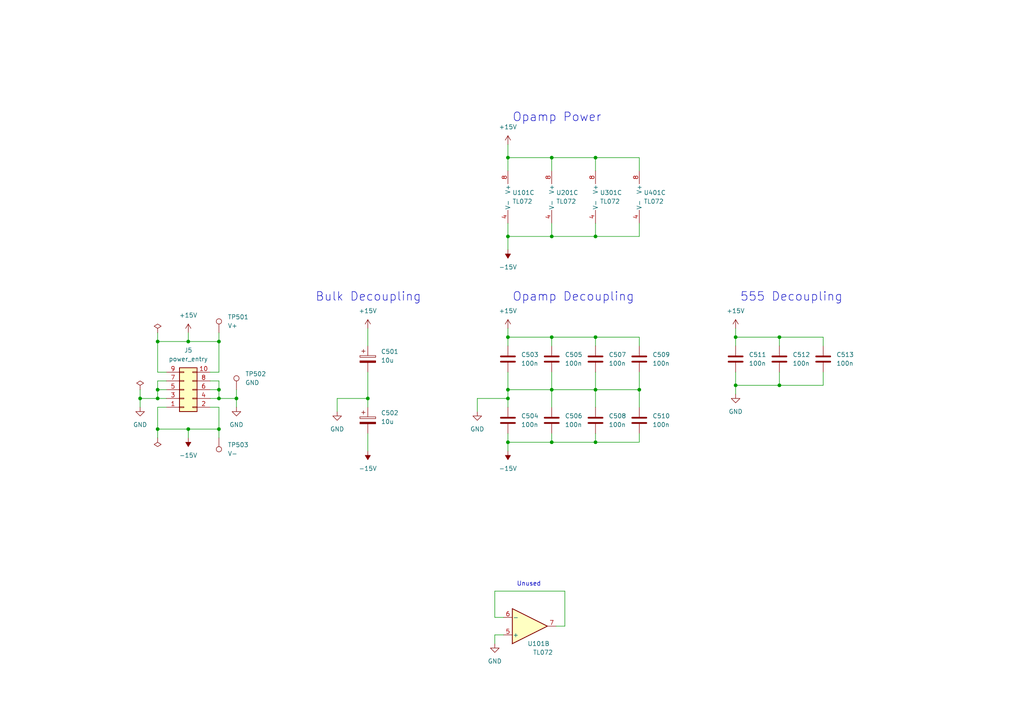
<source format=kicad_sch>
(kicad_sch (version 20211123) (generator eeschema)
  (paper "A4")
  (title_block (title "Josh Ox Ribbon Synth ADSR board") (date "2022-06-11") (rev "0") (comment 2 "creativecommons.org/licences/by/4.0") (comment 3 "license: CC by 4.0") (comment 4 "Author: Jordan Aceto"))
  (lib_symbols
    (symbol "Amplifier_Operational:TL072" (pin_names (offset 0.127))
      (property "Reference" "U" (at 0 5.08 0))
      (property "Value" "TL072" (at 0 -5.08 0))
      (symbol "TL072_1_1"
        (polyline (pts (xy -5.08 5.08) (xy 5.08 0) (xy -5.08 -5.08) (xy -5.08 5.08)) (stroke (width 0.254)) (fill (type background)))
        (pin output line (at 7.62 0 180) (length 2.54) (name "~") (number "1"))
        (pin input line (at -7.62 -2.54 0) (length 2.54) (name "-") (number "2"))
        (pin input line (at -7.62 2.54 0) (length 2.54) (name "+") (number "3"))
      )
      (symbol "TL072_2_1"
        (polyline (pts (xy -5.08 5.08) (xy 5.08 0) (xy -5.08 -5.08) (xy -5.08 5.08)) (stroke (width 0.254)) (fill (type background)))
        (pin input line (at -7.62 2.54 0) (length 2.54) (name "+") (number "5"))
        (pin input line (at -7.62 -2.54 0) (length 2.54) (name "-") (number "6"))
        (pin output line (at 7.62 0 180) (length 2.54) (name "~") (number "7"))
      )
      (symbol "TL072_3_1"
        (pin power_in line (at -2.54 -7.62 90) (length 3.81) (name "V-") (number "4"))
        (pin power_in line (at -2.54 7.62 270) (length 3.81) (name "V+") (number "8"))
      )
    )
    (symbol "Connector:TestPoint" (pin_numbers hide) (pin_names (offset 0.762) hide)
      (property "Reference" "TP" (at 0 6.858 0))
      (property "Value" "TestPoint" (at 0 5.08 0))
      (symbol "TestPoint_0_1"
        (circle (center 0 3.302) (radius 0.762))
      )
      (symbol "TestPoint_1_1"
        (pin passive line (at 0 0 90) (length 2.54) (name "1") (number "1"))
      )
    )
    (symbol "Connector_Generic:Conn_02x05_Odd_Even" (pin_names (offset 1.016) hide)
      (property "Reference" "J" (at 1.27 7.62 0))
      (property "Value" "Conn_02x05_Odd_Even" (at 1.27 -7.62 0))
      (symbol "Conn_02x05_Odd_Even_1_1"
        (rectangle (start -1.27 -4.953) (end 0 -5.207) (stroke (width 0.1524)))
        (rectangle (start -1.27 -2.413) (end 0 -2.667) (stroke (width 0.1524)))
        (rectangle (start -1.27 0.127) (end 0 -0.127) (stroke (width 0.1524)))
        (rectangle (start -1.27 2.667) (end 0 2.413) (stroke (width 0.1524)))
        (rectangle (start -1.27 5.207) (end 0 4.953) (stroke (width 0.1524)))
        (rectangle (start -1.27 6.35) (end 3.81 -6.35) (stroke (width 0.254)) (fill (type background)))
        (rectangle (start 3.81 -4.953) (end 2.54 -5.207) (stroke (width 0.1524)))
        (rectangle (start 3.81 -2.413) (end 2.54 -2.667) (stroke (width 0.1524)))
        (rectangle (start 3.81 0.127) (end 2.54 -0.127) (stroke (width 0.1524)))
        (rectangle (start 3.81 2.667) (end 2.54 2.413) (stroke (width 0.1524)))
        (rectangle (start 3.81 5.207) (end 2.54 4.953) (stroke (width 0.1524)))
        (pin passive line (at -5.08 5.08 0) (length 3.81) (name "Pin_1") (number "1"))
        (pin passive line (at 7.62 -5.08 180) (length 3.81) (name "Pin_10") (number "10"))
        (pin passive line (at 7.62 5.08 180) (length 3.81) (name "Pin_2") (number "2"))
        (pin passive line (at -5.08 2.54 0) (length 3.81) (name "Pin_3") (number "3"))
        (pin passive line (at 7.62 2.54 180) (length 3.81) (name "Pin_4") (number "4"))
        (pin passive line (at -5.08 0 0) (length 3.81) (name "Pin_5") (number "5"))
        (pin passive line (at 7.62 0 180) (length 3.81) (name "Pin_6") (number "6"))
        (pin passive line (at -5.08 -2.54 0) (length 3.81) (name "Pin_7") (number "7"))
        (pin passive line (at 7.62 -2.54 180) (length 3.81) (name "Pin_8") (number "8"))
        (pin passive line (at -5.08 -5.08 0) (length 3.81) (name "Pin_9") (number "9"))
      )
    )
    (symbol "Device:C" (pin_numbers hide) (pin_names (offset 0.254))
      (property "Reference" "C" (at 0.635 2.54 0))
      (property "Value" "C" (at 0.635 -2.54 0))
      (symbol "C_0_1"
        (polyline (pts (xy -2.032 -0.762) (xy 2.032 -0.762)) (stroke (width 0.508)))
        (polyline (pts (xy -2.032 0.762) (xy 2.032 0.762)) (stroke (width 0.508)))
      )
      (symbol "C_1_1"
        (pin passive line (at 0 3.81 270) (length 2.794) (name "~") (number "1"))
        (pin passive line (at 0 -3.81 90) (length 2.794) (name "~") (number "2"))
      )
    )
    (symbol "Device:C_Polarized" (pin_numbers hide) (pin_names (offset 0.254))
      (property "Reference" "C" (at 0.635 2.54 0))
      (property "Value" "C_Polarized" (at 0.635 -2.54 0))
      (symbol "C_Polarized_0_1"
        (rectangle (start -2.286 0.508) (end 2.286 1.016))
        (polyline (pts (xy -1.778 2.286) (xy -0.762 2.286)))
        (polyline (pts (xy -1.27 2.794) (xy -1.27 1.778)))
        (rectangle (start 2.286 -0.508) (end -2.286 -1.016) (fill (type outline)))
      )
      (symbol "C_Polarized_1_1"
        (pin passive line (at 0 3.81 270) (length 2.794) (name "~") (number "1"))
        (pin passive line (at 0 -3.81 90) (length 2.794) (name "~") (number "2"))
      )
    )
    (symbol "power:+15V" (power) (pin_names (offset 0))
      (property "Value" "+15V" (at 0 3.556 0))
      (symbol "+15V_0_1"
        (polyline (pts (xy -0.762 1.27) (xy 0 2.54)))
        (polyline (pts (xy 0 0) (xy 0 2.54)))
        (polyline (pts (xy 0 2.54) (xy 0.762 1.27)))
      )
      (symbol "+15V_1_1"
        (pin power_in line (at 0 0 90) (length 0) hide (name "+15V") (number "1"))
      )
    )
    (symbol "power:-15V" (power) (pin_names (offset 0))
      (property "Value" "-15V" (at 0 3.81 0))
      (symbol "-15V_0_0"
        (pin power_in line (at 0 0 90) (length 0) hide (name "-15V") (number "1"))
      )
      (symbol "-15V_0_1"
        (polyline (pts (xy 0 0) (xy 0 1.27) (xy 0.762 1.27) (xy 0 2.54) (xy -0.762 1.27) (xy 0 1.27)) (fill (type outline)))
      )
    )
    (symbol "power:GND" (power) (pin_names (offset 0))
      (property "Value" "GND" (at 0 -3.81 0))
      (symbol "GND_0_1"
        (polyline (pts (xy 0 0) (xy 0 -1.27) (xy 1.27 -1.27) (xy 0 -2.54) (xy -1.27 -1.27) (xy 0 -1.27)))
      )
      (symbol "GND_1_1"
        (pin power_in line (at 0 0 270) (length 0) hide (name "GND") (number "1"))
      )
    )
    (symbol "power:PWR_FLAG" (power) (pin_numbers hide) (pin_names (offset 0) hide)
      (property "Value" "PWR_FLAG" (at 0 3.81 0))
      (symbol "PWR_FLAG_0_0"
        (pin power_out line (at 0 0 90) (length 0) (name "pwr") (number "1"))
      )
      (symbol "PWR_FLAG_0_1"
        (polyline (pts (xy 0 0) (xy 0 1.27) (xy -1.016 1.905) (xy 0 2.54) (xy 1.016 1.905) (xy 0 1.27)))
      )
    )
  )
  (junction (at 54.61 124.46))
  (junction (at 147.32 115.57))
  (junction (at 147.32 128.27))
  (junction (at 226.06 97.79))
  (junction (at 160.02 97.79))
  (junction (at 45.72 99.06))
  (junction (at 45.72 124.46))
  (junction (at 68.58 115.57))
  (junction (at 54.61 99.06))
  (junction (at 147.32 113.03))
  (junction (at 213.36 97.79))
  (junction (at 40.64 115.57))
  (junction (at 160.02 128.27))
  (junction (at 63.5 115.57))
  (junction (at 213.36 111.76))
  (junction (at 160.02 113.03))
  (junction (at 45.72 115.57))
  (junction (at 226.06 111.76))
  (junction (at 63.5 113.03))
  (junction (at 147.32 45.72))
  (junction (at 172.72 113.03))
  (junction (at 63.5 124.46))
  (junction (at 160.02 68.58))
  (junction (at 172.72 97.79))
  (junction (at 185.42 113.03))
  (junction (at 160.02 45.72))
  (junction (at 147.32 97.79))
  (junction (at 172.72 68.58))
  (junction (at 106.68 115.57))
  (junction (at 172.72 45.72))
  (junction (at 63.5 99.06))
  (junction (at 147.32 68.58))
  (junction (at 172.72 128.27))
  (junction (at 45.72 113.03))
  (wire (pts (xy 226.06 100.33) (xy 226.06 97.79)))
  (wire (pts (xy 185.42 113.03) (xy 185.42 118.11)))
  (wire (pts (xy 60.96 113.03) (xy 63.5 113.03)))
  (wire (pts (xy 160.02 100.33) (xy 160.02 97.79)))
  (wire (pts (xy 48.26 115.57) (xy 45.72 115.57)))
  (wire (pts (xy 106.68 115.57) (xy 106.68 118.11)))
  (wire (pts (xy 226.06 111.76) (xy 238.76 111.76)))
  (wire (pts (xy 147.32 41.91) (xy 147.32 45.72)))
  (wire (pts (xy 160.02 64.77) (xy 160.02 68.58)))
  (wire (pts (xy 63.5 113.03) (xy 63.5 110.49)))
  (wire (pts (xy 146.05 179.07) (xy 143.51 179.07)))
  (wire (pts (xy 172.72 125.73) (xy 172.72 128.27)))
  (wire (pts (xy 40.64 113.03) (xy 40.64 115.57)))
  (wire (pts (xy 147.32 107.95) (xy 147.32 113.03)))
  (wire (pts (xy 147.32 125.73) (xy 147.32 128.27)))
  (wire (pts (xy 138.43 115.57) (xy 147.32 115.57)))
  (wire (pts (xy 97.79 119.38) (xy 97.79 115.57)))
  (wire (pts (xy 45.72 113.03) (xy 48.26 113.03)))
  (wire (pts (xy 160.02 45.72) (xy 147.32 45.72)))
  (wire (pts (xy 160.02 45.72) (xy 160.02 49.53)))
  (wire (pts (xy 45.72 110.49) (xy 45.72 113.03)))
  (wire (pts (xy 45.72 107.95) (xy 48.26 107.95)))
  (wire (pts (xy 48.26 118.11) (xy 45.72 118.11)))
  (wire (pts (xy 68.58 115.57) (xy 63.5 115.57)))
  (wire (pts (xy 213.36 107.95) (xy 213.36 111.76)))
  (wire (pts (xy 147.32 64.77) (xy 147.32 68.58)))
  (wire (pts (xy 185.42 107.95) (xy 185.42 113.03)))
  (wire (pts (xy 138.43 119.38) (xy 138.43 115.57)))
  (wire (pts (xy 147.32 45.72) (xy 147.32 49.53)))
  (wire (pts (xy 172.72 45.72) (xy 185.42 45.72)))
  (wire (pts (xy 160.02 113.03) (xy 172.72 113.03)))
  (wire (pts (xy 63.5 99.06) (xy 54.61 99.06)))
  (wire (pts (xy 238.76 111.76) (xy 238.76 107.95)))
  (wire (pts (xy 54.61 99.06) (xy 45.72 99.06)))
  (wire (pts (xy 40.64 118.11) (xy 40.64 115.57)))
  (wire (pts (xy 63.5 107.95) (xy 63.5 99.06)))
  (wire (pts (xy 226.06 111.76) (xy 213.36 111.76)))
  (wire (pts (xy 213.36 114.3) (xy 213.36 111.76)))
  (wire (pts (xy 213.36 97.79) (xy 213.36 100.33)))
  (wire (pts (xy 68.58 113.03) (xy 68.58 115.57)))
  (wire (pts (xy 147.32 95.25) (xy 147.32 97.79)))
  (wire (pts (xy 45.72 110.49) (xy 48.26 110.49)))
  (wire (pts (xy 63.5 118.11) (xy 60.96 118.11)))
  (wire (pts (xy 54.61 96.52) (xy 54.61 99.06)))
  (wire (pts (xy 147.32 128.27) (xy 160.02 128.27)))
  (wire (pts (xy 172.72 45.72) (xy 172.72 49.53)))
  (wire (pts (xy 213.36 95.25) (xy 213.36 97.79)))
  (wire (pts (xy 226.06 111.76) (xy 226.06 107.95)))
  (wire (pts (xy 45.72 118.11) (xy 45.72 124.46)))
  (wire (pts (xy 163.83 181.61) (xy 161.29 181.61)))
  (wire (pts (xy 172.72 68.58) (xy 172.72 64.77)))
  (wire (pts (xy 147.32 128.27) (xy 147.32 130.81)))
  (wire (pts (xy 63.5 115.57) (xy 63.5 113.03)))
  (wire (pts (xy 160.02 128.27) (xy 160.02 125.73)))
  (wire (pts (xy 160.02 97.79) (xy 147.32 97.79)))
  (wire (pts (xy 160.02 113.03) (xy 160.02 107.95)))
  (wire (pts (xy 172.72 113.03) (xy 172.72 118.11)))
  (wire (pts (xy 63.5 96.52) (xy 63.5 99.06)))
  (wire (pts (xy 54.61 124.46) (xy 63.5 124.46)))
  (wire (pts (xy 143.51 171.45) (xy 163.83 171.45)))
  (wire (pts (xy 238.76 97.79) (xy 238.76 100.33)))
  (wire (pts (xy 106.68 95.25) (xy 106.68 100.33)))
  (wire (pts (xy 45.72 96.52) (xy 45.72 99.06)))
  (wire (pts (xy 160.02 118.11) (xy 160.02 113.03)))
  (wire (pts (xy 147.32 115.57) (xy 147.32 118.11)))
  (wire (pts (xy 163.83 171.45) (xy 163.83 181.61)))
  (wire (pts (xy 45.72 113.03) (xy 45.72 115.57)))
  (wire (pts (xy 160.02 68.58) (xy 147.32 68.58)))
  (wire (pts (xy 226.06 97.79) (xy 213.36 97.79)))
  (wire (pts (xy 40.64 115.57) (xy 45.72 115.57)))
  (wire (pts (xy 68.58 118.11) (xy 68.58 115.57)))
  (wire (pts (xy 54.61 124.46) (xy 54.61 127)))
  (wire (pts (xy 172.72 107.95) (xy 172.72 113.03)))
  (wire (pts (xy 97.79 115.57) (xy 106.68 115.57)))
  (wire (pts (xy 143.51 184.15) (xy 143.51 186.69)))
  (wire (pts (xy 60.96 107.95) (xy 63.5 107.95)))
  (wire (pts (xy 160.02 128.27) (xy 172.72 128.27)))
  (wire (pts (xy 172.72 68.58) (xy 160.02 68.58)))
  (wire (pts (xy 172.72 97.79) (xy 172.72 100.33)))
  (wire (pts (xy 143.51 184.15) (xy 146.05 184.15)))
  (wire (pts (xy 45.72 124.46) (xy 54.61 124.46)))
  (wire (pts (xy 172.72 97.79) (xy 185.42 97.79)))
  (wire (pts (xy 60.96 115.57) (xy 63.5 115.57)))
  (wire (pts (xy 226.06 97.79) (xy 238.76 97.79)))
  (wire (pts (xy 60.96 110.49) (xy 63.5 110.49)))
  (wire (pts (xy 172.72 68.58) (xy 185.42 68.58)))
  (wire (pts (xy 106.68 125.73) (xy 106.68 130.81)))
  (wire (pts (xy 185.42 125.73) (xy 185.42 128.27)))
  (wire (pts (xy 172.72 113.03) (xy 185.42 113.03)))
  (wire (pts (xy 185.42 45.72) (xy 185.42 49.53)))
  (wire (pts (xy 185.42 97.79) (xy 185.42 100.33)))
  (wire (pts (xy 63.5 124.46) (xy 63.5 118.11)))
  (wire (pts (xy 160.02 97.79) (xy 172.72 97.79)))
  (wire (pts (xy 45.72 127) (xy 45.72 124.46)))
  (wire (pts (xy 160.02 113.03) (xy 147.32 113.03)))
  (wire (pts (xy 106.68 107.95) (xy 106.68 115.57)))
  (wire (pts (xy 185.42 64.77) (xy 185.42 68.58)))
  (wire (pts (xy 147.32 72.39) (xy 147.32 68.58)))
  (wire (pts (xy 143.51 179.07) (xy 143.51 171.45)))
  (wire (pts (xy 172.72 128.27) (xy 185.42 128.27)))
  (wire (pts (xy 172.72 45.72) (xy 160.02 45.72)))
  (wire (pts (xy 147.32 113.03) (xy 147.32 115.57)))
  (wire (pts (xy 45.72 99.06) (xy 45.72 107.95)))
  (wire (pts (xy 63.5 127) (xy 63.5 124.46)))
  (wire (pts (xy 147.32 97.79) (xy 147.32 100.33)))
  (text "Bulk Decoupling" (at 91.44 87.63 0) (effects (font (size 2.5 2.5)) (justify left bottom)))
  (text "Unused" (at 149.86 170.18 0) (effects (font (size 1.27 1.27)) (justify left bottom)))
  (text "Opamp Decoupling" (at 148.59 87.63 0) (effects (font (size 2.5 2.5)) (justify left bottom)))
  (text "555 Decoupling" (at 214.63 87.63 0) (effects (font (size 2.5 2.5)) (justify left bottom)))
  (text "Opamp Power" (at 148.59 35.56 0) (effects (font (size 2.5 2.5)) (justify left bottom)))
  (symbol (lib_id "power:PWR_FLAG") (at 45.72 127 180) (unit 1)
    (property "Reference" "#FLG0503" (effects hide))
    (property "Value" "PWR_FLAG" (effects hide))
  )
  (symbol (lib_id "Amplifier_Operational:TL072") (at 187.96 57.15 0) (unit 3)
    (property "Reference" "U401" (at 186.69 55.8799 0) (effects (justify left)))
    (property "Value" "TL072" (at 186.69 58.4199 0) (effects (justify left)))
    (property "Footprint" "Package_SO:SO-8_5.3x6.2mm_P1.27mm" (effects hide))
    (property "Datasheet" "http://www.ti.com/lit/ds/symlink/tl071.pdf" (effects hide))
  )
  (symbol (lib_id "Amplifier_Operational:TL072") (at 153.67 181.61 0) (mirror x) (unit 2)
    (property "Reference" "U101" (at 156.21 186.69 0))
    (property "Value" "TL072" (at 157.48 189.23 0))
    (property "Footprint" "Package_SO:SO-8_5.3x6.2mm_P1.27mm" (effects hide))
    (property "Datasheet" "http://www.ti.com/lit/ds/symlink/tl071.pdf" (effects hide))
  )
  (symbol (lib_id "Device:C") (at 172.72 121.92 0) (unit 1)
    (property "Reference" "C508" (at 176.53 120.6499 0) (effects (justify left)))
    (property "Value" "100n" (at 176.53 123.1899 0) (effects (justify left)))
    (property "Footprint" "Capacitor_SMD:C_0805_2012Metric" (effects hide))
  )
  (symbol (lib_id "power:-15V") (at 54.61 127 180) (unit 1)
    (property "Reference" "#PWR0512" (effects hide))
    (property "Value" "-15V" (at 54.61 132.08 0))
  )
  (symbol (lib_id "Device:C_Polarized") (at 106.68 104.14 0) (unit 1)
    (property "Reference" "C501" (at 110.49 101.9809 0) (effects (justify left)))
    (property "Value" "10u" (at 110.49 104.5209 0) (effects (justify left)))
    (property "Footprint" "Capacitor_THT:CP_Radial_D6.3mm_P2.50mm" (effects hide))
  )
  (symbol (lib_id "power:GND") (at 213.36 114.3 0) (unit 1)
    (property "Reference" "#PWR0507" (effects hide))
    (property "Value" "GND" (at 213.36 119.38 0))
  )
  (symbol (lib_id "power:GND") (at 138.43 119.38 0) (unit 1)
    (property "Reference" "#PWR0511" (effects hide))
    (property "Value" "GND" (at 138.43 124.46 0))
  )
  (symbol (lib_id "power:+15V") (at 213.36 95.25 0) (unit 1)
    (property "Reference" "#PWR0505" (effects hide))
    (property "Value" "+15V" (at 213.36 90.17 0))
  )
  (symbol (lib_id "Device:C") (at 185.42 121.92 0) (unit 1)
    (property "Reference" "C510" (at 189.23 120.6499 0) (effects (justify left)))
    (property "Value" "100n" (at 189.23 123.1899 0) (effects (justify left)))
    (property "Footprint" "Capacitor_SMD:C_0805_2012Metric" (effects hide))
  )
  (symbol (lib_id "power:PWR_FLAG") (at 40.64 113.03 0) (unit 1)
    (property "Reference" "#FLG0502" (effects hide))
    (property "Value" "PWR_FLAG" (effects hide))
  )
  (symbol (lib_id "Device:C") (at 147.32 104.14 0) (unit 1)
    (property "Reference" "C503" (at 151.13 102.8699 0) (effects (justify left)))
    (property "Value" "100n" (at 151.13 105.4099 0) (effects (justify left)))
    (property "Footprint" "Capacitor_SMD:C_0805_2012Metric" (effects hide))
  )
  (symbol (lib_id "power:+15V") (at 54.61 96.52 0) (unit 1)
    (property "Reference" "#PWR0506" (effects hide))
    (property "Value" "+15V" (at 54.61 91.44 0))
  )
  (symbol (lib_id "Connector:TestPoint") (at 68.58 113.03 0) (unit 1)
    (property "Reference" "TP502" (at 71.12 108.4579 0) (effects (justify left)))
    (property "Value" "GND" (at 71.12 110.9979 0) (effects (justify left)))
    (property "Footprint" "TestPoint:TestPoint_Bridge_Pitch7.62mm_Drill1.3mm" (effects hide))
  )
  (symbol (lib_id "Amplifier_Operational:TL072") (at 162.56 57.15 0) (unit 3)
    (property "Reference" "U201" (at 161.29 55.8799 0) (effects (justify left)))
    (property "Value" "TL072" (at 161.29 58.4199 0) (effects (justify left)))
    (property "Footprint" "Package_SO:SO-8_5.3x6.2mm_P1.27mm" (effects hide))
    (property "Datasheet" "http://www.ti.com/lit/ds/symlink/tl071.pdf" (effects hide))
  )
  (symbol (lib_id "Device:C") (at 226.06 104.14 0) (unit 1)
    (property "Reference" "C512" (at 229.87 102.8699 0) (effects (justify left)))
    (property "Value" "100n" (at 229.87 105.4099 0) (effects (justify left)))
    (property "Footprint" "Capacitor_SMD:C_0805_2012Metric" (effects hide))
  )
  (symbol (lib_id "power:GND") (at 40.64 118.11 0) (mirror y) (unit 1)
    (property "Reference" "#PWR0508" (effects hide))
    (property "Value" "GND" (at 40.64 123.19 0))
  )
  (symbol (lib_id "Device:C") (at 213.36 104.14 0) (unit 1)
    (property "Reference" "C511" (at 217.17 102.8699 0) (effects (justify left)))
    (property "Value" "100n" (at 217.17 105.4099 0) (effects (justify left)))
    (property "Footprint" "Capacitor_SMD:C_0805_2012Metric" (effects hide))
  )
  (symbol (lib_id "power:-15V") (at 147.32 72.39 180) (unit 1)
    (property "Reference" "#PWR0502" (effects hide))
    (property "Value" "-15V" (at 147.32 77.47 0))
  )
  (symbol (lib_id "Connector:TestPoint") (at 63.5 127 180) (unit 1)
    (property "Reference" "TP503" (at 66.04 129.0319 0) (effects (justify right)))
    (property "Value" "V-" (at 66.04 131.5719 0) (effects (justify right)))
    (property "Footprint" "TestPoint:TestPoint_Keystone_5000-5004_Miniature" (effects hide))
  )
  (symbol (lib_id "power:-15V") (at 147.32 130.81 180) (unit 1)
    (property "Reference" "#PWR0514" (effects hide))
    (property "Value" "-15V" (at 147.32 135.89 0))
  )
  (symbol (lib_id "power:+15V") (at 147.32 41.91 0) (unit 1)
    (property "Reference" "#PWR0501" (effects hide))
    (property "Value" "+15V" (at 147.32 36.83 0))
  )
  (symbol (lib_id "Device:C_Polarized") (at 106.68 121.92 0) (unit 1)
    (property "Reference" "C502" (at 110.49 119.7609 0) (effects (justify left)))
    (property "Value" "10u" (at 110.49 122.3009 0) (effects (justify left)))
    (property "Footprint" "Capacitor_THT:CP_Radial_D6.3mm_P2.50mm" (effects hide))
  )
  (symbol (lib_id "Connector:TestPoint") (at 63.5 96.52 0) (unit 1)
    (property "Reference" "TP501" (at 66.04 91.9479 0) (effects (justify left)))
    (property "Value" "V+" (at 66.04 94.4879 0) (effects (justify left)))
    (property "Footprint" "TestPoint:TestPoint_Keystone_5000-5004_Miniature" (effects hide))
  )
  (symbol (lib_id "power:PWR_FLAG") (at 45.72 96.52 0) (unit 1)
    (property "Reference" "#FLG0501" (effects hide))
    (property "Value" "PWR_FLAG" (effects hide))
  )
  (symbol (lib_id "Device:C") (at 160.02 104.14 0) (unit 1)
    (property "Reference" "C505" (at 163.83 102.8699 0) (effects (justify left)))
    (property "Value" "100n" (at 163.83 105.4099 0) (effects (justify left)))
    (property "Footprint" "Capacitor_SMD:C_0805_2012Metric" (effects hide))
  )
  (symbol (lib_id "Device:C") (at 147.32 121.92 0) (unit 1)
    (property "Reference" "C504" (at 151.13 120.6499 0) (effects (justify left)))
    (property "Value" "100n" (at 151.13 123.1899 0) (effects (justify left)))
    (property "Footprint" "Capacitor_SMD:C_0805_2012Metric" (effects hide))
  )
  (symbol (lib_id "power:GND") (at 143.51 186.69 0) (unit 1)
    (property "Reference" "#PWR0515" (effects hide))
    (property "Value" "GND" (at 143.51 191.77 0))
  )
  (symbol (lib_id "Device:C") (at 238.76 104.14 0) (unit 1)
    (property "Reference" "C513" (at 242.57 102.8699 0) (effects (justify left)))
    (property "Value" "100n" (at 242.57 105.4099 0) (effects (justify left)))
    (property "Footprint" "Capacitor_SMD:C_0805_2012Metric" (effects hide))
  )
  (symbol (lib_id "Device:C") (at 172.72 104.14 0) (unit 1)
    (property "Reference" "C507" (at 176.53 102.8699 0) (effects (justify left)))
    (property "Value" "100n" (at 176.53 105.4099 0) (effects (justify left)))
    (property "Footprint" "Capacitor_SMD:C_0805_2012Metric" (effects hide))
  )
  (symbol (lib_id "power:GND") (at 68.58 118.11 0) (unit 1)
    (property "Reference" "#PWR0509" (effects hide))
    (property "Value" "GND" (at 68.58 123.19 0))
  )
  (symbol (lib_id "power:+15V") (at 147.32 95.25 0) (unit 1)
    (property "Reference" "#PWR0504" (effects hide))
    (property "Value" "+15V" (at 147.32 90.17 0))
  )
  (symbol (lib_id "power:+15V") (at 106.68 95.25 0) (unit 1)
    (property "Reference" "#PWR0503" (effects hide))
    (property "Value" "+15V" (at 106.68 90.17 0))
  )
  (symbol (lib_id "Amplifier_Operational:TL072") (at 149.86 57.15 0) (unit 3)
    (property "Reference" "U101" (at 148.59 55.8799 0) (effects (justify left)))
    (property "Value" "TL072" (at 148.59 58.4199 0) (effects (justify left)))
    (property "Footprint" "Package_SO:SO-8_5.3x6.2mm_P1.27mm" (effects hide))
    (property "Datasheet" "http://www.ti.com/lit/ds/symlink/tl071.pdf" (effects hide))
  )
  (symbol (lib_id "Device:C") (at 160.02 121.92 0) (unit 1)
    (property "Reference" "C506" (at 163.83 120.6499 0) (effects (justify left)))
    (property "Value" "100n" (at 163.83 123.1899 0) (effects (justify left)))
    (property "Footprint" "Capacitor_SMD:C_0805_2012Metric" (effects hide))
  )
  (symbol (lib_id "power:-15V") (at 106.68 130.81 180) (unit 1)
    (property "Reference" "#PWR0513" (effects hide))
    (property "Value" "-15V" (at 106.68 135.89 0))
  )
  (symbol (lib_id "Connector_Generic:Conn_02x05_Odd_Even") (at 53.34 113.03 0) (mirror x) (unit 1)
    (property "Reference" "J5" (at 54.61 101.6 0))
    (property "Value" "power_entry" (at 54.61 104.14 0))
    (property "Footprint" "Connector_IDC:IDC-Header_2x05_P2.54mm_Vertical" (effects hide))
  )
  (symbol (lib_id "Amplifier_Operational:TL072") (at 175.26 57.15 0) (unit 3)
    (property "Reference" "U301" (at 173.99 55.8799 0) (effects (justify left)))
    (property "Value" "TL072" (at 173.99 58.4199 0) (effects (justify left)))
    (property "Footprint" "Package_SO:SO-8_5.3x6.2mm_P1.27mm" (effects hide))
    (property "Datasheet" "http://www.ti.com/lit/ds/symlink/tl071.pdf" (effects hide))
  )
  (symbol (lib_id "power:GND") (at 97.79 119.38 0) (unit 1)
    (property "Reference" "#PWR0510" (effects hide))
    (property "Value" "GND" (at 97.79 124.46 0))
  )
  (symbol (lib_id "Device:C") (at 185.42 104.14 0) (unit 1)
    (property "Reference" "C509" (at 189.23 102.8699 0) (effects (justify left)))
    (property "Value" "100n" (at 189.23 105.4099 0) (effects (justify left)))
    (property "Footprint" "Capacitor_SMD:C_0805_2012Metric" (effects hide))
  )
)
</source>
